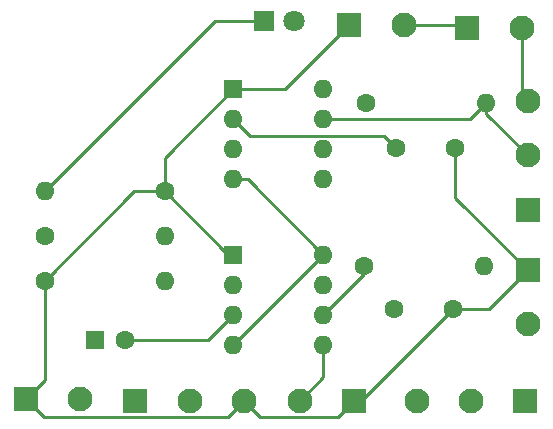
<source format=gbl>
G04 #@! TF.GenerationSoftware,KiCad,Pcbnew,(6.0.2-0)*
G04 #@! TF.CreationDate,2024-07-24T16:16:59-04:00*
G04 #@! TF.ProjectId,Stepped_Tone_Generator,53746570-7065-4645-9f54-6f6e655f4765,rev?*
G04 #@! TF.SameCoordinates,Original*
G04 #@! TF.FileFunction,Copper,L2,Bot*
G04 #@! TF.FilePolarity,Positive*
%FSLAX46Y46*%
G04 Gerber Fmt 4.6, Leading zero omitted, Abs format (unit mm)*
G04 Created by KiCad (PCBNEW (6.0.2-0)) date 2024-07-24 16:16:59*
%MOMM*%
%LPD*%
G01*
G04 APERTURE LIST*
G04 Aperture macros list*
%AMRoundRect*
0 Rectangle with rounded corners*
0 $1 Rounding radius*
0 $2 $3 $4 $5 $6 $7 $8 $9 X,Y pos of 4 corners*
0 Add a 4 corners polygon primitive as box body*
4,1,4,$2,$3,$4,$5,$6,$7,$8,$9,$2,$3,0*
0 Add four circle primitives for the rounded corners*
1,1,$1+$1,$2,$3*
1,1,$1+$1,$4,$5*
1,1,$1+$1,$6,$7*
1,1,$1+$1,$8,$9*
0 Add four rect primitives between the rounded corners*
20,1,$1+$1,$2,$3,$4,$5,0*
20,1,$1+$1,$4,$5,$6,$7,0*
20,1,$1+$1,$6,$7,$8,$9,0*
20,1,$1+$1,$8,$9,$2,$3,0*%
G04 Aperture macros list end*
G04 #@! TA.AperFunction,ComponentPad*
%ADD10C,1.600000*%
G04 #@! TD*
G04 #@! TA.AperFunction,ComponentPad*
%ADD11O,1.600000X1.600000*%
G04 #@! TD*
G04 #@! TA.AperFunction,ComponentPad*
%ADD12C,2.100000*%
G04 #@! TD*
G04 #@! TA.AperFunction,ComponentPad*
%ADD13RoundRect,0.250001X-0.799999X-0.799999X0.799999X-0.799999X0.799999X0.799999X-0.799999X0.799999X0*%
G04 #@! TD*
G04 #@! TA.AperFunction,ComponentPad*
%ADD14R,1.600000X1.600000*%
G04 #@! TD*
G04 #@! TA.AperFunction,ComponentPad*
%ADD15RoundRect,0.250001X0.799999X0.799999X-0.799999X0.799999X-0.799999X-0.799999X0.799999X-0.799999X0*%
G04 #@! TD*
G04 #@! TA.AperFunction,ComponentPad*
%ADD16RoundRect,0.250001X-0.799999X0.799999X-0.799999X-0.799999X0.799999X-0.799999X0.799999X0.799999X0*%
G04 #@! TD*
G04 #@! TA.AperFunction,ComponentPad*
%ADD17RoundRect,0.250001X0.799999X-0.799999X0.799999X0.799999X-0.799999X0.799999X-0.799999X-0.799999X0*%
G04 #@! TD*
G04 #@! TA.AperFunction,ComponentPad*
%ADD18R,1.800000X1.800000*%
G04 #@! TD*
G04 #@! TA.AperFunction,ComponentPad*
%ADD19C,1.800000*%
G04 #@! TD*
G04 #@! TA.AperFunction,Conductor*
%ADD20C,0.250000*%
G04 #@! TD*
G04 APERTURE END LIST*
D10*
X150300000Y-77800000D03*
X155300000Y-77800000D03*
D11*
X157880000Y-74200000D03*
D10*
X147720000Y-74200000D03*
X147920000Y-60400000D03*
D11*
X158080000Y-60400000D03*
D10*
X120720000Y-71600000D03*
D11*
X130880000Y-71600000D03*
D12*
X137600000Y-85600000D03*
X133000000Y-85600000D03*
D13*
X128400000Y-85600000D03*
X119100000Y-85400000D03*
D12*
X123700000Y-85400000D03*
D13*
X156500000Y-54000000D03*
D12*
X161100000Y-54000000D03*
D14*
X136700000Y-73200000D03*
D11*
X136700000Y-75740000D03*
X136700000Y-78280000D03*
X136700000Y-80820000D03*
X144320000Y-80820000D03*
X144320000Y-78280000D03*
X144320000Y-75740000D03*
X144320000Y-73200000D03*
D10*
X120720000Y-75400000D03*
D11*
X130880000Y-75400000D03*
D15*
X161400000Y-85600000D03*
D12*
X156800000Y-85600000D03*
X152200000Y-85600000D03*
D14*
X125000000Y-80400000D03*
D10*
X127500000Y-80400000D03*
D13*
X146500000Y-53800000D03*
D12*
X151100000Y-53800000D03*
D10*
X130880000Y-67800000D03*
D11*
X120720000Y-67800000D03*
D10*
X155500000Y-64200000D03*
X150500000Y-64200000D03*
D12*
X161600000Y-79100000D03*
D16*
X161600000Y-74500000D03*
D14*
X136700000Y-59200000D03*
D11*
X136700000Y-61740000D03*
X136700000Y-64280000D03*
X136700000Y-66820000D03*
X144320000Y-66820000D03*
X144320000Y-64280000D03*
X144320000Y-61740000D03*
X144320000Y-59200000D03*
D12*
X161600000Y-60200000D03*
X161600000Y-64800000D03*
D17*
X161600000Y-69400000D03*
D12*
X142300000Y-85600000D03*
D15*
X146900000Y-85600000D03*
D18*
X139325000Y-53400000D03*
D19*
X141865000Y-53400000D03*
D20*
X161100000Y-54000000D02*
X161100000Y-59700000D01*
X161100000Y-59700000D02*
X161600000Y-60200000D01*
X127500000Y-80400000D02*
X134580000Y-80400000D01*
X134580000Y-80400000D02*
X136700000Y-78280000D01*
X144320000Y-80820000D02*
X144320000Y-83580000D01*
X144320000Y-83580000D02*
X142300000Y-85600000D01*
X144320000Y-78280000D02*
X147720000Y-74880000D01*
X147720000Y-74880000D02*
X147720000Y-74200000D01*
X144320000Y-61740000D02*
X156740000Y-61740000D01*
X156740000Y-61740000D02*
X158080000Y-60400000D01*
X150500000Y-64200000D02*
X149455489Y-63155489D01*
X149455489Y-63155489D02*
X138115489Y-63155489D01*
X138115489Y-63155489D02*
X136700000Y-61740000D01*
X161600000Y-64800000D02*
X158080000Y-61280000D01*
X158080000Y-61280000D02*
X158080000Y-60400000D01*
X151100000Y-53800000D02*
X156300000Y-53800000D01*
X156300000Y-53800000D02*
X156500000Y-54000000D01*
X161600000Y-74500000D02*
X155500000Y-68400000D01*
X155500000Y-68400000D02*
X155500000Y-64200000D01*
X155300000Y-77800000D02*
X158300000Y-77800000D01*
X158300000Y-77800000D02*
X161600000Y-74500000D01*
X146900000Y-85600000D02*
X147500000Y-85600000D01*
X147500000Y-85600000D02*
X155300000Y-77800000D01*
X137600000Y-85600000D02*
X138974511Y-86974511D01*
X138974511Y-86974511D02*
X145525489Y-86974511D01*
X145525489Y-86974511D02*
X146900000Y-85600000D01*
X119100000Y-85400000D02*
X120674511Y-86974511D01*
X120674511Y-86974511D02*
X136225489Y-86974511D01*
X136225489Y-86974511D02*
X137600000Y-85600000D01*
X120720000Y-75400000D02*
X120720000Y-83780000D01*
X120720000Y-83780000D02*
X119100000Y-85400000D01*
X130880000Y-67800000D02*
X128320000Y-67800000D01*
X128320000Y-67800000D02*
X120720000Y-75400000D01*
X136700000Y-73200000D02*
X136280000Y-73200000D01*
X136280000Y-73200000D02*
X130880000Y-67800000D01*
X136700000Y-59200000D02*
X141100000Y-59200000D01*
X141100000Y-59200000D02*
X146500000Y-53800000D01*
X130880000Y-67800000D02*
X130880000Y-65020000D01*
X130880000Y-65020000D02*
X136700000Y-59200000D01*
X139325000Y-53400000D02*
X135120000Y-53400000D01*
X135120000Y-53400000D02*
X120720000Y-67800000D01*
X137940000Y-66820000D02*
X144320000Y-73200000D01*
X136700000Y-80820000D02*
X144320000Y-73200000D01*
X136700000Y-66820000D02*
X137940000Y-66820000D01*
M02*

</source>
